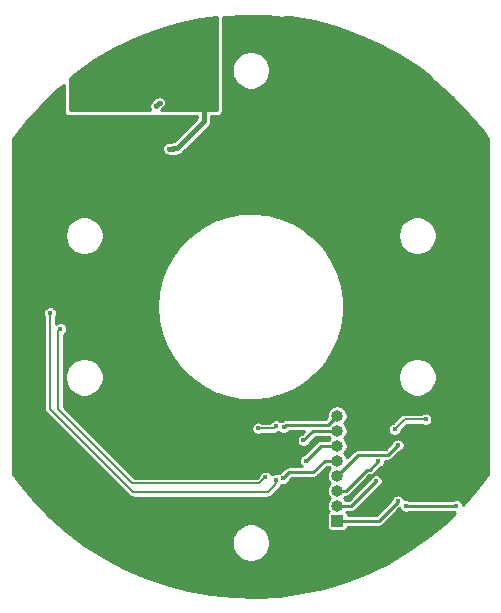
<source format=gbr>
G04 #@! TF.GenerationSoftware,KiCad,Pcbnew,5.1.5-52549c5~84~ubuntu18.04.1*
G04 #@! TF.CreationDate,2019-12-03T21:09:54-05:00*
G04 #@! TF.ProjectId,SwarmBot,53776172-6d42-46f7-942e-6b696361645f,rev?*
G04 #@! TF.SameCoordinates,Original*
G04 #@! TF.FileFunction,Copper,L2,Bot*
G04 #@! TF.FilePolarity,Positive*
%FSLAX46Y46*%
G04 Gerber Fmt 4.6, Leading zero omitted, Abs format (unit mm)*
G04 Created by KiCad (PCBNEW 5.1.5-52549c5~84~ubuntu18.04.1) date 2019-12-03 21:09:54*
%MOMM*%
%LPD*%
G04 APERTURE LIST*
%ADD10O,1.000000X1.000000*%
%ADD11R,1.000000X1.000000*%
%ADD12C,0.400000*%
%ADD13C,0.450000*%
%ADD14C,0.250000*%
%ADD15C,0.200000*%
%ADD16C,0.254000*%
G04 APERTURE END LIST*
D10*
X7322200Y-9245600D03*
X7322200Y-10515600D03*
X7322200Y-11785600D03*
X7322200Y-13055600D03*
X7322200Y-14325600D03*
X7322200Y-15595600D03*
X7322200Y-16865600D03*
D11*
X7322200Y-18135600D03*
D12*
X1820000Y-11800000D03*
X13375640Y-13340080D03*
X12085320Y-13289280D03*
X16195040Y-15966440D03*
X13817600Y-18155920D03*
X11028680Y-15758160D03*
X11138738Y-12032750D03*
X13355320Y-14594840D03*
X12120880Y-14584680D03*
X18740120Y-2814320D03*
X18750000Y-2408200D03*
X18750000Y-2001800D03*
X18750000Y-1595400D03*
X18750000Y-1189000D03*
X18750000Y-777520D03*
X18750000Y-371120D03*
X18750000Y40360D03*
X-12969520Y-2001800D03*
X-12979400Y-2814320D03*
X-12969520Y-1189000D03*
X-12969520Y40360D03*
X-12969520Y-1595400D03*
X-12969520Y-777520D03*
X-12969520Y-2408200D03*
X-12969520Y-371120D03*
X4610000Y-8900000D03*
X5100000Y-14890000D03*
X-1110000Y-12110000D03*
X-1140000Y-9530000D03*
X1720000Y-8480000D03*
X1900000Y-13070000D03*
X3090000Y-13100000D03*
X3040000Y-11800000D03*
X-3300000Y14510000D03*
X-7720000Y17240000D03*
X-8050000Y16960000D03*
X-7800000Y14250000D03*
X-8222300Y14297700D03*
X-8672300Y14297700D03*
X-9112300Y14297700D03*
X-9572300Y14297700D03*
X-9170000Y12660000D03*
X12437821Y-11741408D03*
X12451080Y-16499840D03*
X10607040Y-14782798D03*
X10784840Y-13111480D03*
X2750000Y-14530000D03*
X2776433Y-10236551D03*
X4460000Y-11340000D03*
X4650000Y-13060000D03*
X-9360000Y19730000D03*
X-9730000Y19360000D03*
X-10075000Y19015000D03*
X-10420000Y18670000D03*
X-10745000Y18345000D03*
X-11266200Y18173800D03*
X-11816200Y18173800D03*
X-12256200Y18173800D03*
X-12696200Y18173800D03*
X-6270000Y13380000D03*
X-6902300Y13347700D03*
X13121640Y-16896080D03*
X17403920Y-16885760D03*
X620000Y-10320000D03*
X2140000Y-10110000D03*
X12169140Y-10398760D03*
X14795500Y-9547860D03*
X1230000Y-14470000D03*
X-16130000Y-1880000D03*
X2140000Y-14660000D03*
X-17000000Y-540000D03*
D13*
X-7770000Y17240000D02*
X-8050000Y16960000D01*
X-7720000Y17240000D02*
X-7770000Y17240000D01*
D14*
X7322200Y-14325600D02*
X9090040Y-12557760D01*
X12237822Y-11941407D02*
X12437821Y-11741408D01*
X11621469Y-12557760D02*
X12237822Y-11941407D01*
X9090040Y-12557760D02*
X11621469Y-12557760D01*
X7322200Y-18135600D02*
X10830560Y-18135600D01*
X10830560Y-18135600D02*
X12451080Y-16515080D01*
X12451080Y-16515080D02*
X12451080Y-16499840D01*
X8524238Y-16865600D02*
X10607040Y-14782798D01*
X7322200Y-16865600D02*
X8524238Y-16865600D01*
X8029306Y-15595600D02*
X9819640Y-13805266D01*
X7322200Y-15595600D02*
X8029306Y-15595600D01*
X9819640Y-13805266D02*
X10091054Y-13805266D01*
X10091054Y-13805266D02*
X10784840Y-13111480D01*
X2750000Y-14530000D02*
X3240000Y-14040000D01*
X3240000Y-14040000D02*
X5270000Y-14040000D01*
X6254400Y-13055600D02*
X7322200Y-13055600D01*
X5270000Y-14040000D02*
X6254400Y-13055600D01*
X6531248Y-10036552D02*
X2976432Y-10036552D01*
X7322200Y-9245600D02*
X6531248Y-10036552D01*
X2976432Y-10036552D02*
X2776433Y-10236551D01*
X5284400Y-10515600D02*
X7322200Y-10515600D01*
X4460000Y-11340000D02*
X5284400Y-10515600D01*
X5924400Y-11785600D02*
X7322200Y-11785600D01*
X4650000Y-13060000D02*
X5924400Y-11785600D01*
D13*
X-6587158Y13380000D02*
X-6480000Y13380000D01*
X-6619458Y13347700D02*
X-6587158Y13380000D01*
X-6902300Y13347700D02*
X-6619458Y13347700D01*
X-6270000Y13380000D02*
X-6480000Y13380000D01*
X-6270000Y13380000D02*
X-3970000Y15680000D01*
X-3970000Y16950000D02*
X-3960000Y16960000D01*
X-3970000Y15680000D02*
X-3970000Y16950000D01*
D14*
X13121640Y-16896080D02*
X17393600Y-16896080D01*
X17393600Y-16896080D02*
X17403920Y-16885760D01*
D15*
X1930000Y-10320000D02*
X2140000Y-10110000D01*
X620000Y-10320000D02*
X1930000Y-10320000D01*
X12169140Y-10398760D02*
X13020040Y-9547860D01*
X13020040Y-9547860D02*
X14795500Y-9547860D01*
X-16329999Y-2079999D02*
X-16329999Y-8670001D01*
X-16130000Y-1880000D02*
X-16329999Y-2079999D01*
X-16329999Y-8670001D02*
X-10020000Y-14980000D01*
X720000Y-14980000D02*
X1230000Y-14470000D01*
X-10020000Y-14980000D02*
X720000Y-14980000D01*
X2140000Y-14942842D02*
X2050000Y-15032842D01*
X2140000Y-14660000D02*
X2140000Y-14942842D01*
X2050000Y-15032842D02*
X2050000Y-15090000D01*
X2050000Y-15090000D02*
X1440000Y-15700000D01*
X1440000Y-15700000D02*
X-9980000Y-15700000D01*
X-9980000Y-15700000D02*
X-17000000Y-8680000D01*
X-17000000Y-8680000D02*
X-17000000Y-540000D01*
D16*
G36*
X1466155Y24550674D02*
G01*
X3387850Y24359960D01*
X5288667Y24019059D01*
X7156884Y23530070D01*
X8980962Y22896015D01*
X10749677Y22120797D01*
X12452128Y21209189D01*
X14077790Y20166830D01*
X15616660Y19000134D01*
X17059252Y17716294D01*
X18396667Y16323230D01*
X19623290Y14826318D01*
X20093997Y14178444D01*
X20093282Y-14174868D01*
X18999340Y-15617628D01*
X17973349Y-16770369D01*
X17962592Y-16716289D01*
X17918795Y-16610553D01*
X17855212Y-16515394D01*
X17774286Y-16434468D01*
X17679127Y-16370885D01*
X17573391Y-16327088D01*
X17461143Y-16304760D01*
X17346697Y-16304760D01*
X17234449Y-16327088D01*
X17128713Y-16370885D01*
X17099986Y-16390080D01*
X13410129Y-16390080D01*
X13396847Y-16381205D01*
X13291111Y-16337408D01*
X13178863Y-16315080D01*
X13064417Y-16315080D01*
X13008062Y-16326290D01*
X12965955Y-16224633D01*
X12902372Y-16129474D01*
X12821446Y-16048548D01*
X12726287Y-15984965D01*
X12620551Y-15941168D01*
X12508303Y-15918840D01*
X12393857Y-15918840D01*
X12281609Y-15941168D01*
X12175873Y-15984965D01*
X12080714Y-16048548D01*
X11999788Y-16129474D01*
X11936205Y-16224633D01*
X11892408Y-16330369D01*
X11885507Y-16365061D01*
X10620969Y-17629600D01*
X8204452Y-17629600D01*
X8197687Y-17560911D01*
X8175901Y-17489092D01*
X8140522Y-17422904D01*
X8098418Y-17371600D01*
X8499392Y-17371600D01*
X8524238Y-17374047D01*
X8549084Y-17371600D01*
X8549092Y-17371600D01*
X8623431Y-17364278D01*
X8718813Y-17335345D01*
X8806717Y-17288359D01*
X8883765Y-17225127D01*
X8899614Y-17205815D01*
X10760843Y-15344587D01*
X10776511Y-15341470D01*
X10882247Y-15297673D01*
X10977406Y-15234090D01*
X11058332Y-15153164D01*
X11121915Y-15058005D01*
X11165712Y-14952269D01*
X11188040Y-14840021D01*
X11188040Y-14725575D01*
X11165712Y-14613327D01*
X11121915Y-14507591D01*
X11058332Y-14412432D01*
X10977406Y-14331506D01*
X10882247Y-14267923D01*
X10776511Y-14224126D01*
X10664263Y-14201798D01*
X10549817Y-14201798D01*
X10437569Y-14224126D01*
X10331833Y-14267923D01*
X10236674Y-14331506D01*
X10155748Y-14412432D01*
X10092165Y-14507591D01*
X10048368Y-14613327D01*
X10045251Y-14628995D01*
X8314647Y-16359600D01*
X8043672Y-16359600D01*
X8006518Y-16303995D01*
X7933123Y-16230600D01*
X8006518Y-16157205D01*
X8042933Y-16102705D01*
X8054152Y-16101600D01*
X8054160Y-16101600D01*
X8128499Y-16094278D01*
X8223881Y-16065345D01*
X8311785Y-16018359D01*
X8388833Y-15955127D01*
X8404682Y-15935815D01*
X10029232Y-14311266D01*
X10066208Y-14311266D01*
X10091054Y-14313713D01*
X10115900Y-14311266D01*
X10115908Y-14311266D01*
X10190247Y-14303944D01*
X10285629Y-14275011D01*
X10373533Y-14228025D01*
X10450581Y-14164793D01*
X10466430Y-14145481D01*
X10938643Y-13673269D01*
X10954311Y-13670152D01*
X11060047Y-13626355D01*
X11155206Y-13562772D01*
X11236132Y-13481846D01*
X11299715Y-13386687D01*
X11343512Y-13280951D01*
X11365840Y-13168703D01*
X11365840Y-13063760D01*
X11596623Y-13063760D01*
X11621469Y-13066207D01*
X11646315Y-13063760D01*
X11646323Y-13063760D01*
X11720662Y-13056438D01*
X11816044Y-13027505D01*
X11903948Y-12980519D01*
X11980996Y-12917287D01*
X11996845Y-12897975D01*
X12591624Y-12303197D01*
X12607292Y-12300080D01*
X12713028Y-12256283D01*
X12808187Y-12192700D01*
X12889113Y-12111774D01*
X12952696Y-12016615D01*
X12996493Y-11910879D01*
X13018821Y-11798631D01*
X13018821Y-11684185D01*
X12996493Y-11571937D01*
X12952696Y-11466201D01*
X12889113Y-11371042D01*
X12808187Y-11290116D01*
X12713028Y-11226533D01*
X12607292Y-11182736D01*
X12495044Y-11160408D01*
X12380598Y-11160408D01*
X12268350Y-11182736D01*
X12162614Y-11226533D01*
X12067455Y-11290116D01*
X11986529Y-11371042D01*
X11922946Y-11466201D01*
X11879149Y-11571937D01*
X11876032Y-11587605D01*
X11411878Y-12051760D01*
X9114885Y-12051760D01*
X9090039Y-12049313D01*
X9065193Y-12051760D01*
X9065186Y-12051760D01*
X9000734Y-12058108D01*
X8990846Y-12059082D01*
X8968647Y-12065816D01*
X8895465Y-12088015D01*
X8807561Y-12135001D01*
X8730513Y-12198233D01*
X8714669Y-12217539D01*
X8158871Y-12773338D01*
X8102932Y-12638290D01*
X8006518Y-12493995D01*
X7933123Y-12420600D01*
X8006518Y-12347205D01*
X8102932Y-12202910D01*
X8169344Y-12042578D01*
X8203200Y-11872371D01*
X8203200Y-11698829D01*
X8169344Y-11528622D01*
X8102932Y-11368290D01*
X8006518Y-11223995D01*
X7933123Y-11150600D01*
X8006518Y-11077205D01*
X8102932Y-10932910D01*
X8169344Y-10772578D01*
X8203200Y-10602371D01*
X8203200Y-10428829D01*
X8185837Y-10341537D01*
X11588140Y-10341537D01*
X11588140Y-10455983D01*
X11610468Y-10568231D01*
X11654265Y-10673967D01*
X11717848Y-10769126D01*
X11798774Y-10850052D01*
X11893933Y-10913635D01*
X11999669Y-10957432D01*
X12111917Y-10979760D01*
X12226363Y-10979760D01*
X12338611Y-10957432D01*
X12444347Y-10913635D01*
X12539506Y-10850052D01*
X12620432Y-10769126D01*
X12684015Y-10673967D01*
X12727812Y-10568231D01*
X12739708Y-10508429D01*
X13219277Y-10028860D01*
X14469595Y-10028860D01*
X14520293Y-10062735D01*
X14626029Y-10106532D01*
X14738277Y-10128860D01*
X14852723Y-10128860D01*
X14964971Y-10106532D01*
X15070707Y-10062735D01*
X15165866Y-9999152D01*
X15246792Y-9918226D01*
X15310375Y-9823067D01*
X15354172Y-9717331D01*
X15376500Y-9605083D01*
X15376500Y-9490637D01*
X15354172Y-9378389D01*
X15310375Y-9272653D01*
X15246792Y-9177494D01*
X15165866Y-9096568D01*
X15070707Y-9032985D01*
X14964971Y-8989188D01*
X14852723Y-8966860D01*
X14738277Y-8966860D01*
X14626029Y-8989188D01*
X14520293Y-9032985D01*
X14469595Y-9066860D01*
X13043663Y-9066860D01*
X13020039Y-9064533D01*
X12996415Y-9066860D01*
X12996414Y-9066860D01*
X12925748Y-9073820D01*
X12835079Y-9101324D01*
X12751518Y-9145988D01*
X12678276Y-9206096D01*
X12663215Y-9224449D01*
X12059471Y-9828192D01*
X11999669Y-9840088D01*
X11893933Y-9883885D01*
X11798774Y-9947468D01*
X11717848Y-10028394D01*
X11654265Y-10123553D01*
X11610468Y-10229289D01*
X11588140Y-10341537D01*
X8185837Y-10341537D01*
X8169344Y-10258622D01*
X8102932Y-10098290D01*
X8006518Y-9953995D01*
X7933123Y-9880600D01*
X8006518Y-9807205D01*
X8102932Y-9662910D01*
X8169344Y-9502578D01*
X8203200Y-9332371D01*
X8203200Y-9158829D01*
X8169344Y-8988622D01*
X8102932Y-8828290D01*
X8006518Y-8683995D01*
X7883805Y-8561282D01*
X7739510Y-8464868D01*
X7579178Y-8398456D01*
X7408971Y-8364600D01*
X7235429Y-8364600D01*
X7065222Y-8398456D01*
X6904890Y-8464868D01*
X6760595Y-8561282D01*
X6637882Y-8683995D01*
X6541468Y-8828290D01*
X6475056Y-8988622D01*
X6441200Y-9158829D01*
X6441200Y-9332371D01*
X6454247Y-9397962D01*
X6321657Y-9530552D01*
X3001277Y-9530552D01*
X2976431Y-9528105D01*
X2951585Y-9530552D01*
X2951578Y-9530552D01*
X2887126Y-9536900D01*
X2877238Y-9537874D01*
X2855039Y-9544608D01*
X2781857Y-9566807D01*
X2693953Y-9613793D01*
X2618712Y-9675542D01*
X2606962Y-9677879D01*
X2552214Y-9700556D01*
X2510366Y-9658708D01*
X2415207Y-9595125D01*
X2309471Y-9551328D01*
X2197223Y-9529000D01*
X2082777Y-9529000D01*
X1970529Y-9551328D01*
X1864793Y-9595125D01*
X1769634Y-9658708D01*
X1688708Y-9739634D01*
X1625125Y-9834793D01*
X1623382Y-9839000D01*
X945905Y-9839000D01*
X895207Y-9805125D01*
X789471Y-9761328D01*
X677223Y-9739000D01*
X562777Y-9739000D01*
X450529Y-9761328D01*
X344793Y-9805125D01*
X249634Y-9868708D01*
X168708Y-9949634D01*
X105125Y-10044793D01*
X61328Y-10150529D01*
X39000Y-10262777D01*
X39000Y-10377223D01*
X61328Y-10489471D01*
X105125Y-10595207D01*
X168708Y-10690366D01*
X249634Y-10771292D01*
X344793Y-10834875D01*
X450529Y-10878672D01*
X562777Y-10901000D01*
X677223Y-10901000D01*
X789471Y-10878672D01*
X895207Y-10834875D01*
X945905Y-10801000D01*
X1906374Y-10801000D01*
X1930000Y-10803327D01*
X1953626Y-10801000D01*
X1983284Y-10798079D01*
X2024292Y-10794040D01*
X2114961Y-10766536D01*
X2198522Y-10721872D01*
X2248590Y-10680782D01*
X2309471Y-10668672D01*
X2364219Y-10645995D01*
X2406067Y-10687843D01*
X2501226Y-10751426D01*
X2606962Y-10795223D01*
X2719210Y-10817551D01*
X2833656Y-10817551D01*
X2945904Y-10795223D01*
X3051640Y-10751426D01*
X3146799Y-10687843D01*
X3227725Y-10606917D01*
X3270732Y-10542552D01*
X4541856Y-10542552D01*
X4306197Y-10778211D01*
X4290529Y-10781328D01*
X4184793Y-10825125D01*
X4089634Y-10888708D01*
X4008708Y-10969634D01*
X3945125Y-11064793D01*
X3901328Y-11170529D01*
X3879000Y-11282777D01*
X3879000Y-11397223D01*
X3901328Y-11509471D01*
X3945125Y-11615207D01*
X4008708Y-11710366D01*
X4089634Y-11791292D01*
X4184793Y-11854875D01*
X4290529Y-11898672D01*
X4402777Y-11921000D01*
X4517223Y-11921000D01*
X4629471Y-11898672D01*
X4735207Y-11854875D01*
X4830366Y-11791292D01*
X4911292Y-11710366D01*
X4974875Y-11615207D01*
X5018672Y-11509471D01*
X5021789Y-11493803D01*
X5493992Y-11021600D01*
X6600728Y-11021600D01*
X6637882Y-11077205D01*
X6711277Y-11150600D01*
X6637882Y-11223995D01*
X6600728Y-11279600D01*
X5949254Y-11279600D01*
X5924400Y-11277152D01*
X5899546Y-11279600D01*
X5825207Y-11286922D01*
X5729825Y-11315855D01*
X5641921Y-11362841D01*
X5564873Y-11426073D01*
X5549028Y-11445380D01*
X4496198Y-12498211D01*
X4480529Y-12501328D01*
X4374793Y-12545125D01*
X4279634Y-12608708D01*
X4198708Y-12689634D01*
X4135125Y-12784793D01*
X4091328Y-12890529D01*
X4069000Y-13002777D01*
X4069000Y-13117223D01*
X4091328Y-13229471D01*
X4135125Y-13335207D01*
X4198708Y-13430366D01*
X4279634Y-13511292D01*
X4313619Y-13534000D01*
X3264854Y-13534000D01*
X3240000Y-13531552D01*
X3215146Y-13534000D01*
X3140807Y-13541322D01*
X3045425Y-13570255D01*
X2957521Y-13617241D01*
X2880473Y-13680473D01*
X2864629Y-13699779D01*
X2596197Y-13968211D01*
X2580529Y-13971328D01*
X2474793Y-14015125D01*
X2379634Y-14078708D01*
X2343089Y-14115253D01*
X2309471Y-14101328D01*
X2197223Y-14079000D01*
X2082777Y-14079000D01*
X1970529Y-14101328D01*
X1864793Y-14145125D01*
X1769634Y-14208708D01*
X1756202Y-14222140D01*
X1744875Y-14194793D01*
X1681292Y-14099634D01*
X1600366Y-14018708D01*
X1505207Y-13955125D01*
X1399471Y-13911328D01*
X1287223Y-13889000D01*
X1172777Y-13889000D01*
X1060529Y-13911328D01*
X954793Y-13955125D01*
X859634Y-14018708D01*
X778708Y-14099634D01*
X715125Y-14194793D01*
X671328Y-14300529D01*
X659432Y-14360331D01*
X520764Y-14499000D01*
X-9820763Y-14499000D01*
X-15848999Y-8470765D01*
X-15848999Y-5839360D01*
X-15730300Y-5839360D01*
X-15730300Y-6160640D01*
X-15667622Y-6475745D01*
X-15544674Y-6772568D01*
X-15366181Y-7039702D01*
X-15139002Y-7266881D01*
X-14871868Y-7445374D01*
X-14575045Y-7568322D01*
X-14259940Y-7631000D01*
X-13938660Y-7631000D01*
X-13623555Y-7568322D01*
X-13326732Y-7445374D01*
X-13059598Y-7266881D01*
X-12832419Y-7039702D01*
X-12653926Y-6772568D01*
X-12530978Y-6475745D01*
X-12468300Y-6160640D01*
X-12468300Y-5839360D01*
X-12530978Y-5524255D01*
X-12653926Y-5227432D01*
X-12832419Y-4960298D01*
X-13059598Y-4733119D01*
X-13326732Y-4554626D01*
X-13623555Y-4431678D01*
X-13938660Y-4369000D01*
X-14259940Y-4369000D01*
X-14575045Y-4431678D01*
X-14871868Y-4554626D01*
X-15139002Y-4733119D01*
X-15366181Y-4960298D01*
X-15544674Y-5227432D01*
X-15667622Y-5524255D01*
X-15730300Y-5839360D01*
X-15848999Y-5839360D01*
X-15848999Y-2391004D01*
X-15759634Y-2331292D01*
X-15678708Y-2250366D01*
X-15615125Y-2155207D01*
X-15571328Y-2049471D01*
X-15549000Y-1937223D01*
X-15549000Y-1822777D01*
X-15571328Y-1710529D01*
X-15615125Y-1604793D01*
X-15678708Y-1509634D01*
X-15759634Y-1428708D01*
X-15854793Y-1365125D01*
X-15960529Y-1321328D01*
X-16072777Y-1299000D01*
X-16187223Y-1299000D01*
X-16299471Y-1321328D01*
X-16405207Y-1365125D01*
X-16500366Y-1428708D01*
X-16519000Y-1447342D01*
X-16519000Y-865905D01*
X-16485125Y-815207D01*
X-16441328Y-709471D01*
X-16419000Y-597223D01*
X-16419000Y-482777D01*
X-16441328Y-370529D01*
X-16485125Y-264793D01*
X-16548708Y-169634D01*
X-16629634Y-88708D01*
X-16724793Y-25125D01*
X-16785450Y0D01*
X-7926000Y0D01*
X-7841536Y-1154035D01*
X-7589942Y-2283473D01*
X-7176583Y-3364244D01*
X-6610267Y-4373311D01*
X-5903064Y-5289169D01*
X-5070048Y-6092297D01*
X-4128973Y-6765579D01*
X-3099896Y-7294664D01*
X-2004750Y-7668276D01*
X-866876Y-7878452D01*
X289474Y-7920712D01*
X1439654Y-7794156D01*
X2559150Y-7501482D01*
X3624103Y-7048926D01*
X4611814Y-6446134D01*
X5340929Y-5839360D01*
X12469700Y-5839360D01*
X12469700Y-6160640D01*
X12532378Y-6475745D01*
X12655326Y-6772568D01*
X12833819Y-7039702D01*
X13060998Y-7266881D01*
X13328132Y-7445374D01*
X13624955Y-7568322D01*
X13940060Y-7631000D01*
X14261340Y-7631000D01*
X14576445Y-7568322D01*
X14873268Y-7445374D01*
X15140402Y-7266881D01*
X15367581Y-7039702D01*
X15546074Y-6772568D01*
X15669022Y-6475745D01*
X15731700Y-6160640D01*
X15731700Y-5839360D01*
X15669022Y-5524255D01*
X15546074Y-5227432D01*
X15367581Y-4960298D01*
X15140402Y-4733119D01*
X14873268Y-4554626D01*
X14576445Y-4431678D01*
X14261340Y-4369000D01*
X13940060Y-4369000D01*
X13624955Y-4431678D01*
X13328132Y-4554626D01*
X13060998Y-4733119D01*
X12833819Y-4960298D01*
X12655326Y-5227432D01*
X12532378Y-5524255D01*
X12469700Y-5839360D01*
X5340929Y-5839360D01*
X5501232Y-5705955D01*
X6273401Y-4844163D01*
X6911864Y-3879126D01*
X7403012Y-2831412D01*
X7736377Y-1723352D01*
X7904856Y-578561D01*
X7904856Y578561D01*
X7736377Y1723352D01*
X7403012Y2831412D01*
X6911864Y3879126D01*
X6273401Y4844163D01*
X5501232Y5705955D01*
X4954871Y6160640D01*
X12469700Y6160640D01*
X12469700Y5839360D01*
X12532378Y5524255D01*
X12655326Y5227432D01*
X12833819Y4960298D01*
X13060998Y4733119D01*
X13328132Y4554626D01*
X13624955Y4431678D01*
X13940060Y4369000D01*
X14261340Y4369000D01*
X14576445Y4431678D01*
X14873268Y4554626D01*
X15140402Y4733119D01*
X15367581Y4960298D01*
X15546074Y5227432D01*
X15669022Y5524255D01*
X15731700Y5839360D01*
X15731700Y6160640D01*
X15669022Y6475745D01*
X15546074Y6772568D01*
X15367581Y7039702D01*
X15140402Y7266881D01*
X14873268Y7445374D01*
X14576445Y7568322D01*
X14261340Y7631000D01*
X13940060Y7631000D01*
X13624955Y7568322D01*
X13328132Y7445374D01*
X13060998Y7266881D01*
X12833819Y7039702D01*
X12655326Y6772568D01*
X12532378Y6475745D01*
X12469700Y6160640D01*
X4954871Y6160640D01*
X4611814Y6446134D01*
X3624103Y7048926D01*
X2559150Y7501482D01*
X1439654Y7794156D01*
X289474Y7920712D01*
X-866876Y7878452D01*
X-2004750Y7668276D01*
X-3099896Y7294664D01*
X-4128973Y6765579D01*
X-5070048Y6092297D01*
X-5903064Y5289169D01*
X-6610267Y4373311D01*
X-7176583Y3364244D01*
X-7589942Y2283473D01*
X-7841536Y1154035D01*
X-7926000Y0D01*
X-16785450Y0D01*
X-16830529Y18672D01*
X-16942777Y41000D01*
X-17057223Y41000D01*
X-17169471Y18672D01*
X-17275207Y-25125D01*
X-17370366Y-88708D01*
X-17451292Y-169634D01*
X-17514875Y-264793D01*
X-17558672Y-370529D01*
X-17581000Y-482777D01*
X-17581000Y-597223D01*
X-17558672Y-709471D01*
X-17514875Y-815207D01*
X-17480999Y-865906D01*
X-17481000Y-8656374D01*
X-17483327Y-8680000D01*
X-17481000Y-8703625D01*
X-17474040Y-8774291D01*
X-17446536Y-8864960D01*
X-17401872Y-8948522D01*
X-17341764Y-9021764D01*
X-17323406Y-9036830D01*
X-10336825Y-16023412D01*
X-10321764Y-16041764D01*
X-10248522Y-16101872D01*
X-10164961Y-16146536D01*
X-10074292Y-16174040D01*
X-10003626Y-16181000D01*
X-10003625Y-16181000D01*
X-9980001Y-16183327D01*
X-9956377Y-16181000D01*
X1416374Y-16181000D01*
X1440000Y-16183327D01*
X1463626Y-16181000D01*
X1534292Y-16174040D01*
X1624961Y-16146536D01*
X1708522Y-16101872D01*
X1781764Y-16041764D01*
X1796830Y-16023406D01*
X2373411Y-15446826D01*
X2391764Y-15431764D01*
X2451872Y-15358522D01*
X2496536Y-15274960D01*
X2500556Y-15261708D01*
X2541872Y-15211364D01*
X2586536Y-15127803D01*
X2597389Y-15092026D01*
X2692777Y-15111000D01*
X2807223Y-15111000D01*
X2919471Y-15088672D01*
X3025207Y-15044875D01*
X3120366Y-14981292D01*
X3201292Y-14900366D01*
X3264875Y-14805207D01*
X3308672Y-14699471D01*
X3311789Y-14683803D01*
X3449592Y-14546000D01*
X5245154Y-14546000D01*
X5270000Y-14548447D01*
X5294846Y-14546000D01*
X5294854Y-14546000D01*
X5369193Y-14538678D01*
X5464575Y-14509745D01*
X5552479Y-14462759D01*
X5629527Y-14399527D01*
X5645376Y-14380215D01*
X6463992Y-13561600D01*
X6600728Y-13561600D01*
X6637882Y-13617205D01*
X6711277Y-13690600D01*
X6637882Y-13763995D01*
X6541468Y-13908290D01*
X6475056Y-14068622D01*
X6441200Y-14238829D01*
X6441200Y-14412371D01*
X6475056Y-14582578D01*
X6541468Y-14742910D01*
X6637882Y-14887205D01*
X6711277Y-14960600D01*
X6637882Y-15033995D01*
X6541468Y-15178290D01*
X6475056Y-15338622D01*
X6441200Y-15508829D01*
X6441200Y-15682371D01*
X6475056Y-15852578D01*
X6541468Y-16012910D01*
X6637882Y-16157205D01*
X6711277Y-16230600D01*
X6637882Y-16303995D01*
X6541468Y-16448290D01*
X6475056Y-16608622D01*
X6441200Y-16778829D01*
X6441200Y-16952371D01*
X6475056Y-17122578D01*
X6541468Y-17282910D01*
X6580394Y-17341168D01*
X6551489Y-17364889D01*
X6503878Y-17422904D01*
X6468499Y-17489092D01*
X6446713Y-17560911D01*
X6439357Y-17635600D01*
X6439357Y-18635600D01*
X6446713Y-18710289D01*
X6468499Y-18782108D01*
X6503878Y-18848296D01*
X6551489Y-18906311D01*
X6609504Y-18953922D01*
X6675692Y-18989301D01*
X6747511Y-19011087D01*
X6822200Y-19018443D01*
X7822200Y-19018443D01*
X7896889Y-19011087D01*
X7968708Y-18989301D01*
X8034896Y-18953922D01*
X8092911Y-18906311D01*
X8140522Y-18848296D01*
X8175901Y-18782108D01*
X8197687Y-18710289D01*
X8204452Y-18641600D01*
X10805714Y-18641600D01*
X10830560Y-18644047D01*
X10855406Y-18641600D01*
X10855414Y-18641600D01*
X10929753Y-18634278D01*
X11025135Y-18605345D01*
X11113039Y-18558359D01*
X11190087Y-18495127D01*
X11205936Y-18475815D01*
X12578559Y-17103192D01*
X12606765Y-17171287D01*
X12670348Y-17266446D01*
X12751274Y-17347372D01*
X12846433Y-17410955D01*
X12952169Y-17454752D01*
X13064417Y-17477080D01*
X13178863Y-17477080D01*
X13291111Y-17454752D01*
X13396847Y-17410955D01*
X13410129Y-17402080D01*
X17132202Y-17402080D01*
X17234449Y-17444432D01*
X17301271Y-17457724D01*
X16322305Y-18397487D01*
X14828530Y-19621415D01*
X13243349Y-20724355D01*
X11576509Y-21699530D01*
X9838301Y-22540919D01*
X8039415Y-23243343D01*
X6190995Y-23802453D01*
X4304381Y-24214820D01*
X2391249Y-24477890D01*
X463351Y-24590048D01*
X-1467381Y-24550601D01*
X-3389077Y-24359789D01*
X-5289865Y-24018795D01*
X-7158067Y-23529710D01*
X-8982122Y-22895559D01*
X-10750786Y-22120257D01*
X-12453186Y-21208567D01*
X-14078791Y-20166131D01*
X-14509757Y-19839360D01*
X-1630300Y-19839360D01*
X-1630300Y-20160640D01*
X-1567622Y-20475745D01*
X-1444674Y-20772568D01*
X-1266181Y-21039702D01*
X-1039002Y-21266881D01*
X-771868Y-21445374D01*
X-475045Y-21568322D01*
X-159940Y-21631000D01*
X161340Y-21631000D01*
X476445Y-21568322D01*
X773268Y-21445374D01*
X1040402Y-21266881D01*
X1267581Y-21039702D01*
X1446074Y-20772568D01*
X1569022Y-20475745D01*
X1631700Y-20160640D01*
X1631700Y-19839360D01*
X1569022Y-19524255D01*
X1446074Y-19227432D01*
X1267581Y-18960298D01*
X1040402Y-18733119D01*
X773268Y-18554626D01*
X476445Y-18431678D01*
X161340Y-18369000D01*
X-159940Y-18369000D01*
X-475045Y-18431678D01*
X-771868Y-18554626D01*
X-1039002Y-18733119D01*
X-1266181Y-18960298D01*
X-1444674Y-19227432D01*
X-1567622Y-19524255D01*
X-1630300Y-19839360D01*
X-14509757Y-19839360D01*
X-15617628Y-18999340D01*
X-17060142Y-17715438D01*
X-18397487Y-16322305D01*
X-19624042Y-14825322D01*
X-20094001Y-14178445D01*
X-20093999Y6160640D01*
X-15730300Y6160640D01*
X-15730300Y5839360D01*
X-15667622Y5524255D01*
X-15544674Y5227432D01*
X-15366181Y4960298D01*
X-15139002Y4733119D01*
X-14871868Y4554626D01*
X-14575045Y4431678D01*
X-14259940Y4369000D01*
X-13938660Y4369000D01*
X-13623555Y4431678D01*
X-13326732Y4554626D01*
X-13059598Y4733119D01*
X-12832419Y4960298D01*
X-12653926Y5227432D01*
X-12530978Y5524255D01*
X-12468300Y5839360D01*
X-12468300Y6160640D01*
X-12530978Y6475745D01*
X-12653926Y6772568D01*
X-12832419Y7039702D01*
X-13059598Y7266881D01*
X-13326732Y7445374D01*
X-13623555Y7568322D01*
X-13938660Y7631000D01*
X-14259940Y7631000D01*
X-14575045Y7568322D01*
X-14871868Y7445374D01*
X-15139002Y7266881D01*
X-15366181Y7039702D01*
X-15544674Y6772568D01*
X-15667622Y6475745D01*
X-15730300Y6160640D01*
X-20093999Y6160640D01*
X-20093998Y14173855D01*
X-19000134Y15616660D01*
X-17716294Y17059252D01*
X-16323230Y18396667D01*
X-15855300Y18780105D01*
X-15855300Y16510000D01*
X-15847979Y16435671D01*
X-15826298Y16364198D01*
X-15791090Y16298328D01*
X-15743708Y16240592D01*
X-15685972Y16193210D01*
X-15620102Y16158002D01*
X-15548629Y16136321D01*
X-15474300Y16129000D01*
X-4576000Y16129000D01*
X-4576000Y15931014D01*
X-6521013Y13986000D01*
X-6557394Y13986000D01*
X-6587159Y13988932D01*
X-6616924Y13986000D01*
X-6616928Y13986000D01*
X-6705955Y13977232D01*
X-6783529Y13953700D01*
X-6932070Y13953700D01*
X-7021097Y13944932D01*
X-7135328Y13910280D01*
X-7240604Y13854008D01*
X-7332880Y13778280D01*
X-7408608Y13686004D01*
X-7464880Y13580728D01*
X-7499532Y13466497D01*
X-7511232Y13347700D01*
X-7499532Y13228903D01*
X-7464880Y13114672D01*
X-7408608Y13009396D01*
X-7332880Y12917120D01*
X-7240604Y12841392D01*
X-7135328Y12785120D01*
X-7021097Y12750468D01*
X-6932070Y12741700D01*
X-6649223Y12741700D01*
X-6619458Y12738768D01*
X-6589693Y12741700D01*
X-6589688Y12741700D01*
X-6500661Y12750468D01*
X-6423087Y12774000D01*
X-6299765Y12774000D01*
X-6270000Y12771068D01*
X-6240235Y12774000D01*
X-6240230Y12774000D01*
X-6151203Y12782768D01*
X-6036972Y12817420D01*
X-5931696Y12873692D01*
X-5839420Y12949420D01*
X-5820442Y12972545D01*
X-3562538Y15230448D01*
X-3539420Y15249420D01*
X-3520447Y15272539D01*
X-3520443Y15272543D01*
X-3463692Y15341695D01*
X-3413146Y15436260D01*
X-3407420Y15446972D01*
X-3372768Y15561203D01*
X-3364000Y15650230D01*
X-3364000Y15650242D01*
X-3361069Y15679999D01*
X-3364000Y15709757D01*
X-3364000Y16129000D01*
X-2774300Y16129000D01*
X-2699971Y16136321D01*
X-2628498Y16158002D01*
X-2562628Y16193210D01*
X-2504892Y16240592D01*
X-2457510Y16298328D01*
X-2422302Y16364198D01*
X-2400621Y16435671D01*
X-2393300Y16510000D01*
X-2393300Y20160640D01*
X-1630300Y20160640D01*
X-1630300Y19839360D01*
X-1567622Y19524255D01*
X-1444674Y19227432D01*
X-1266181Y18960298D01*
X-1039002Y18733119D01*
X-771868Y18554626D01*
X-475045Y18431678D01*
X-159940Y18369000D01*
X161340Y18369000D01*
X476445Y18431678D01*
X773268Y18554626D01*
X1040402Y18733119D01*
X1267581Y18960298D01*
X1446074Y19227432D01*
X1569022Y19524255D01*
X1631700Y19839360D01*
X1631700Y20160640D01*
X1569022Y20475745D01*
X1446074Y20772568D01*
X1267581Y21039702D01*
X1040402Y21266881D01*
X773268Y21445374D01*
X476445Y21568322D01*
X161340Y21631000D01*
X-159940Y21631000D01*
X-475045Y21568322D01*
X-771868Y21445374D01*
X-1039002Y21266881D01*
X-1266181Y21039702D01*
X-1444674Y20772568D01*
X-1567622Y20475745D01*
X-1630300Y20160640D01*
X-2393300Y20160640D01*
X-2393300Y24477658D01*
X-2392474Y24477771D01*
X-464593Y24590025D01*
X1466155Y24550674D01*
G37*
X1466155Y24550674D02*
X3387850Y24359960D01*
X5288667Y24019059D01*
X7156884Y23530070D01*
X8980962Y22896015D01*
X10749677Y22120797D01*
X12452128Y21209189D01*
X14077790Y20166830D01*
X15616660Y19000134D01*
X17059252Y17716294D01*
X18396667Y16323230D01*
X19623290Y14826318D01*
X20093997Y14178444D01*
X20093282Y-14174868D01*
X18999340Y-15617628D01*
X17973349Y-16770369D01*
X17962592Y-16716289D01*
X17918795Y-16610553D01*
X17855212Y-16515394D01*
X17774286Y-16434468D01*
X17679127Y-16370885D01*
X17573391Y-16327088D01*
X17461143Y-16304760D01*
X17346697Y-16304760D01*
X17234449Y-16327088D01*
X17128713Y-16370885D01*
X17099986Y-16390080D01*
X13410129Y-16390080D01*
X13396847Y-16381205D01*
X13291111Y-16337408D01*
X13178863Y-16315080D01*
X13064417Y-16315080D01*
X13008062Y-16326290D01*
X12965955Y-16224633D01*
X12902372Y-16129474D01*
X12821446Y-16048548D01*
X12726287Y-15984965D01*
X12620551Y-15941168D01*
X12508303Y-15918840D01*
X12393857Y-15918840D01*
X12281609Y-15941168D01*
X12175873Y-15984965D01*
X12080714Y-16048548D01*
X11999788Y-16129474D01*
X11936205Y-16224633D01*
X11892408Y-16330369D01*
X11885507Y-16365061D01*
X10620969Y-17629600D01*
X8204452Y-17629600D01*
X8197687Y-17560911D01*
X8175901Y-17489092D01*
X8140522Y-17422904D01*
X8098418Y-17371600D01*
X8499392Y-17371600D01*
X8524238Y-17374047D01*
X8549084Y-17371600D01*
X8549092Y-17371600D01*
X8623431Y-17364278D01*
X8718813Y-17335345D01*
X8806717Y-17288359D01*
X8883765Y-17225127D01*
X8899614Y-17205815D01*
X10760843Y-15344587D01*
X10776511Y-15341470D01*
X10882247Y-15297673D01*
X10977406Y-15234090D01*
X11058332Y-15153164D01*
X11121915Y-15058005D01*
X11165712Y-14952269D01*
X11188040Y-14840021D01*
X11188040Y-14725575D01*
X11165712Y-14613327D01*
X11121915Y-14507591D01*
X11058332Y-14412432D01*
X10977406Y-14331506D01*
X10882247Y-14267923D01*
X10776511Y-14224126D01*
X10664263Y-14201798D01*
X10549817Y-14201798D01*
X10437569Y-14224126D01*
X10331833Y-14267923D01*
X10236674Y-14331506D01*
X10155748Y-14412432D01*
X10092165Y-14507591D01*
X10048368Y-14613327D01*
X10045251Y-14628995D01*
X8314647Y-16359600D01*
X8043672Y-16359600D01*
X8006518Y-16303995D01*
X7933123Y-16230600D01*
X8006518Y-16157205D01*
X8042933Y-16102705D01*
X8054152Y-16101600D01*
X8054160Y-16101600D01*
X8128499Y-16094278D01*
X8223881Y-16065345D01*
X8311785Y-16018359D01*
X8388833Y-15955127D01*
X8404682Y-15935815D01*
X10029232Y-14311266D01*
X10066208Y-14311266D01*
X10091054Y-14313713D01*
X10115900Y-14311266D01*
X10115908Y-14311266D01*
X10190247Y-14303944D01*
X10285629Y-14275011D01*
X10373533Y-14228025D01*
X10450581Y-14164793D01*
X10466430Y-14145481D01*
X10938643Y-13673269D01*
X10954311Y-13670152D01*
X11060047Y-13626355D01*
X11155206Y-13562772D01*
X11236132Y-13481846D01*
X11299715Y-13386687D01*
X11343512Y-13280951D01*
X11365840Y-13168703D01*
X11365840Y-13063760D01*
X11596623Y-13063760D01*
X11621469Y-13066207D01*
X11646315Y-13063760D01*
X11646323Y-13063760D01*
X11720662Y-13056438D01*
X11816044Y-13027505D01*
X11903948Y-12980519D01*
X11980996Y-12917287D01*
X11996845Y-12897975D01*
X12591624Y-12303197D01*
X12607292Y-12300080D01*
X12713028Y-12256283D01*
X12808187Y-12192700D01*
X12889113Y-12111774D01*
X12952696Y-12016615D01*
X12996493Y-11910879D01*
X13018821Y-11798631D01*
X13018821Y-11684185D01*
X12996493Y-11571937D01*
X12952696Y-11466201D01*
X12889113Y-11371042D01*
X12808187Y-11290116D01*
X12713028Y-11226533D01*
X12607292Y-11182736D01*
X12495044Y-11160408D01*
X12380598Y-11160408D01*
X12268350Y-11182736D01*
X12162614Y-11226533D01*
X12067455Y-11290116D01*
X11986529Y-11371042D01*
X11922946Y-11466201D01*
X11879149Y-11571937D01*
X11876032Y-11587605D01*
X11411878Y-12051760D01*
X9114885Y-12051760D01*
X9090039Y-12049313D01*
X9065193Y-12051760D01*
X9065186Y-12051760D01*
X9000734Y-12058108D01*
X8990846Y-12059082D01*
X8968647Y-12065816D01*
X8895465Y-12088015D01*
X8807561Y-12135001D01*
X8730513Y-12198233D01*
X8714669Y-12217539D01*
X8158871Y-12773338D01*
X8102932Y-12638290D01*
X8006518Y-12493995D01*
X7933123Y-12420600D01*
X8006518Y-12347205D01*
X8102932Y-12202910D01*
X8169344Y-12042578D01*
X8203200Y-11872371D01*
X8203200Y-11698829D01*
X8169344Y-11528622D01*
X8102932Y-11368290D01*
X8006518Y-11223995D01*
X7933123Y-11150600D01*
X8006518Y-11077205D01*
X8102932Y-10932910D01*
X8169344Y-10772578D01*
X8203200Y-10602371D01*
X8203200Y-10428829D01*
X8185837Y-10341537D01*
X11588140Y-10341537D01*
X11588140Y-10455983D01*
X11610468Y-10568231D01*
X11654265Y-10673967D01*
X11717848Y-10769126D01*
X11798774Y-10850052D01*
X11893933Y-10913635D01*
X11999669Y-10957432D01*
X12111917Y-10979760D01*
X12226363Y-10979760D01*
X12338611Y-10957432D01*
X12444347Y-10913635D01*
X12539506Y-10850052D01*
X12620432Y-10769126D01*
X12684015Y-10673967D01*
X12727812Y-10568231D01*
X12739708Y-10508429D01*
X13219277Y-10028860D01*
X14469595Y-10028860D01*
X14520293Y-10062735D01*
X14626029Y-10106532D01*
X14738277Y-10128860D01*
X14852723Y-10128860D01*
X14964971Y-10106532D01*
X15070707Y-10062735D01*
X15165866Y-9999152D01*
X15246792Y-9918226D01*
X15310375Y-9823067D01*
X15354172Y-9717331D01*
X15376500Y-9605083D01*
X15376500Y-9490637D01*
X15354172Y-9378389D01*
X15310375Y-9272653D01*
X15246792Y-9177494D01*
X15165866Y-9096568D01*
X15070707Y-9032985D01*
X14964971Y-8989188D01*
X14852723Y-8966860D01*
X14738277Y-8966860D01*
X14626029Y-8989188D01*
X14520293Y-9032985D01*
X14469595Y-9066860D01*
X13043663Y-9066860D01*
X13020039Y-9064533D01*
X12996415Y-9066860D01*
X12996414Y-9066860D01*
X12925748Y-9073820D01*
X12835079Y-9101324D01*
X12751518Y-9145988D01*
X12678276Y-9206096D01*
X12663215Y-9224449D01*
X12059471Y-9828192D01*
X11999669Y-9840088D01*
X11893933Y-9883885D01*
X11798774Y-9947468D01*
X11717848Y-10028394D01*
X11654265Y-10123553D01*
X11610468Y-10229289D01*
X11588140Y-10341537D01*
X8185837Y-10341537D01*
X8169344Y-10258622D01*
X8102932Y-10098290D01*
X8006518Y-9953995D01*
X7933123Y-9880600D01*
X8006518Y-9807205D01*
X8102932Y-9662910D01*
X8169344Y-9502578D01*
X8203200Y-9332371D01*
X8203200Y-9158829D01*
X8169344Y-8988622D01*
X8102932Y-8828290D01*
X8006518Y-8683995D01*
X7883805Y-8561282D01*
X7739510Y-8464868D01*
X7579178Y-8398456D01*
X7408971Y-8364600D01*
X7235429Y-8364600D01*
X7065222Y-8398456D01*
X6904890Y-8464868D01*
X6760595Y-8561282D01*
X6637882Y-8683995D01*
X6541468Y-8828290D01*
X6475056Y-8988622D01*
X6441200Y-9158829D01*
X6441200Y-9332371D01*
X6454247Y-9397962D01*
X6321657Y-9530552D01*
X3001277Y-9530552D01*
X2976431Y-9528105D01*
X2951585Y-9530552D01*
X2951578Y-9530552D01*
X2887126Y-9536900D01*
X2877238Y-9537874D01*
X2855039Y-9544608D01*
X2781857Y-9566807D01*
X2693953Y-9613793D01*
X2618712Y-9675542D01*
X2606962Y-9677879D01*
X2552214Y-9700556D01*
X2510366Y-9658708D01*
X2415207Y-9595125D01*
X2309471Y-9551328D01*
X2197223Y-9529000D01*
X2082777Y-9529000D01*
X1970529Y-9551328D01*
X1864793Y-9595125D01*
X1769634Y-9658708D01*
X1688708Y-9739634D01*
X1625125Y-9834793D01*
X1623382Y-9839000D01*
X945905Y-9839000D01*
X895207Y-9805125D01*
X789471Y-9761328D01*
X677223Y-9739000D01*
X562777Y-9739000D01*
X450529Y-9761328D01*
X344793Y-9805125D01*
X249634Y-9868708D01*
X168708Y-9949634D01*
X105125Y-10044793D01*
X61328Y-10150529D01*
X39000Y-10262777D01*
X39000Y-10377223D01*
X61328Y-10489471D01*
X105125Y-10595207D01*
X168708Y-10690366D01*
X249634Y-10771292D01*
X344793Y-10834875D01*
X450529Y-10878672D01*
X562777Y-10901000D01*
X677223Y-10901000D01*
X789471Y-10878672D01*
X895207Y-10834875D01*
X945905Y-10801000D01*
X1906374Y-10801000D01*
X1930000Y-10803327D01*
X1953626Y-10801000D01*
X1983284Y-10798079D01*
X2024292Y-10794040D01*
X2114961Y-10766536D01*
X2198522Y-10721872D01*
X2248590Y-10680782D01*
X2309471Y-10668672D01*
X2364219Y-10645995D01*
X2406067Y-10687843D01*
X2501226Y-10751426D01*
X2606962Y-10795223D01*
X2719210Y-10817551D01*
X2833656Y-10817551D01*
X2945904Y-10795223D01*
X3051640Y-10751426D01*
X3146799Y-10687843D01*
X3227725Y-10606917D01*
X3270732Y-10542552D01*
X4541856Y-10542552D01*
X4306197Y-10778211D01*
X4290529Y-10781328D01*
X4184793Y-10825125D01*
X4089634Y-10888708D01*
X4008708Y-10969634D01*
X3945125Y-11064793D01*
X3901328Y-11170529D01*
X3879000Y-11282777D01*
X3879000Y-11397223D01*
X3901328Y-11509471D01*
X3945125Y-11615207D01*
X4008708Y-11710366D01*
X4089634Y-11791292D01*
X4184793Y-11854875D01*
X4290529Y-11898672D01*
X4402777Y-11921000D01*
X4517223Y-11921000D01*
X4629471Y-11898672D01*
X4735207Y-11854875D01*
X4830366Y-11791292D01*
X4911292Y-11710366D01*
X4974875Y-11615207D01*
X5018672Y-11509471D01*
X5021789Y-11493803D01*
X5493992Y-11021600D01*
X6600728Y-11021600D01*
X6637882Y-11077205D01*
X6711277Y-11150600D01*
X6637882Y-11223995D01*
X6600728Y-11279600D01*
X5949254Y-11279600D01*
X5924400Y-11277152D01*
X5899546Y-11279600D01*
X5825207Y-11286922D01*
X5729825Y-11315855D01*
X5641921Y-11362841D01*
X5564873Y-11426073D01*
X5549028Y-11445380D01*
X4496198Y-12498211D01*
X4480529Y-12501328D01*
X4374793Y-12545125D01*
X4279634Y-12608708D01*
X4198708Y-12689634D01*
X4135125Y-12784793D01*
X4091328Y-12890529D01*
X4069000Y-13002777D01*
X4069000Y-13117223D01*
X4091328Y-13229471D01*
X4135125Y-13335207D01*
X4198708Y-13430366D01*
X4279634Y-13511292D01*
X4313619Y-13534000D01*
X3264854Y-13534000D01*
X3240000Y-13531552D01*
X3215146Y-13534000D01*
X3140807Y-13541322D01*
X3045425Y-13570255D01*
X2957521Y-13617241D01*
X2880473Y-13680473D01*
X2864629Y-13699779D01*
X2596197Y-13968211D01*
X2580529Y-13971328D01*
X2474793Y-14015125D01*
X2379634Y-14078708D01*
X2343089Y-14115253D01*
X2309471Y-14101328D01*
X2197223Y-14079000D01*
X2082777Y-14079000D01*
X1970529Y-14101328D01*
X1864793Y-14145125D01*
X1769634Y-14208708D01*
X1756202Y-14222140D01*
X1744875Y-14194793D01*
X1681292Y-14099634D01*
X1600366Y-14018708D01*
X1505207Y-13955125D01*
X1399471Y-13911328D01*
X1287223Y-13889000D01*
X1172777Y-13889000D01*
X1060529Y-13911328D01*
X954793Y-13955125D01*
X859634Y-14018708D01*
X778708Y-14099634D01*
X715125Y-14194793D01*
X671328Y-14300529D01*
X659432Y-14360331D01*
X520764Y-14499000D01*
X-9820763Y-14499000D01*
X-15848999Y-8470765D01*
X-15848999Y-5839360D01*
X-15730300Y-5839360D01*
X-15730300Y-6160640D01*
X-15667622Y-6475745D01*
X-15544674Y-6772568D01*
X-15366181Y-7039702D01*
X-15139002Y-7266881D01*
X-14871868Y-7445374D01*
X-14575045Y-7568322D01*
X-14259940Y-7631000D01*
X-13938660Y-7631000D01*
X-13623555Y-7568322D01*
X-13326732Y-7445374D01*
X-13059598Y-7266881D01*
X-12832419Y-7039702D01*
X-12653926Y-6772568D01*
X-12530978Y-6475745D01*
X-12468300Y-6160640D01*
X-12468300Y-5839360D01*
X-12530978Y-5524255D01*
X-12653926Y-5227432D01*
X-12832419Y-4960298D01*
X-13059598Y-4733119D01*
X-13326732Y-4554626D01*
X-13623555Y-4431678D01*
X-13938660Y-4369000D01*
X-14259940Y-4369000D01*
X-14575045Y-4431678D01*
X-14871868Y-4554626D01*
X-15139002Y-4733119D01*
X-15366181Y-4960298D01*
X-15544674Y-5227432D01*
X-15667622Y-5524255D01*
X-15730300Y-5839360D01*
X-15848999Y-5839360D01*
X-15848999Y-2391004D01*
X-15759634Y-2331292D01*
X-15678708Y-2250366D01*
X-15615125Y-2155207D01*
X-15571328Y-2049471D01*
X-15549000Y-1937223D01*
X-15549000Y-1822777D01*
X-15571328Y-1710529D01*
X-15615125Y-1604793D01*
X-15678708Y-1509634D01*
X-15759634Y-1428708D01*
X-15854793Y-1365125D01*
X-15960529Y-1321328D01*
X-16072777Y-1299000D01*
X-16187223Y-1299000D01*
X-16299471Y-1321328D01*
X-16405207Y-1365125D01*
X-16500366Y-1428708D01*
X-16519000Y-1447342D01*
X-16519000Y-865905D01*
X-16485125Y-815207D01*
X-16441328Y-709471D01*
X-16419000Y-597223D01*
X-16419000Y-482777D01*
X-16441328Y-370529D01*
X-16485125Y-264793D01*
X-16548708Y-169634D01*
X-16629634Y-88708D01*
X-16724793Y-25125D01*
X-16785450Y0D01*
X-7926000Y0D01*
X-7841536Y-1154035D01*
X-7589942Y-2283473D01*
X-7176583Y-3364244D01*
X-6610267Y-4373311D01*
X-5903064Y-5289169D01*
X-5070048Y-6092297D01*
X-4128973Y-6765579D01*
X-3099896Y-7294664D01*
X-2004750Y-7668276D01*
X-866876Y-7878452D01*
X289474Y-7920712D01*
X1439654Y-7794156D01*
X2559150Y-7501482D01*
X3624103Y-7048926D01*
X4611814Y-6446134D01*
X5340929Y-5839360D01*
X12469700Y-5839360D01*
X12469700Y-6160640D01*
X12532378Y-6475745D01*
X12655326Y-6772568D01*
X12833819Y-7039702D01*
X13060998Y-7266881D01*
X13328132Y-7445374D01*
X13624955Y-7568322D01*
X13940060Y-7631000D01*
X14261340Y-7631000D01*
X14576445Y-7568322D01*
X14873268Y-7445374D01*
X15140402Y-7266881D01*
X15367581Y-7039702D01*
X15546074Y-6772568D01*
X15669022Y-6475745D01*
X15731700Y-6160640D01*
X15731700Y-5839360D01*
X15669022Y-5524255D01*
X15546074Y-5227432D01*
X15367581Y-4960298D01*
X15140402Y-4733119D01*
X14873268Y-4554626D01*
X14576445Y-4431678D01*
X14261340Y-4369000D01*
X13940060Y-4369000D01*
X13624955Y-4431678D01*
X13328132Y-4554626D01*
X13060998Y-4733119D01*
X12833819Y-4960298D01*
X12655326Y-5227432D01*
X12532378Y-5524255D01*
X12469700Y-5839360D01*
X5340929Y-5839360D01*
X5501232Y-5705955D01*
X6273401Y-4844163D01*
X6911864Y-3879126D01*
X7403012Y-2831412D01*
X7736377Y-1723352D01*
X7904856Y-578561D01*
X7904856Y578561D01*
X7736377Y1723352D01*
X7403012Y2831412D01*
X6911864Y3879126D01*
X6273401Y4844163D01*
X5501232Y5705955D01*
X4954871Y6160640D01*
X12469700Y6160640D01*
X12469700Y5839360D01*
X12532378Y5524255D01*
X12655326Y5227432D01*
X12833819Y4960298D01*
X13060998Y4733119D01*
X13328132Y4554626D01*
X13624955Y4431678D01*
X13940060Y4369000D01*
X14261340Y4369000D01*
X14576445Y4431678D01*
X14873268Y4554626D01*
X15140402Y4733119D01*
X15367581Y4960298D01*
X15546074Y5227432D01*
X15669022Y5524255D01*
X15731700Y5839360D01*
X15731700Y6160640D01*
X15669022Y6475745D01*
X15546074Y6772568D01*
X15367581Y7039702D01*
X15140402Y7266881D01*
X14873268Y7445374D01*
X14576445Y7568322D01*
X14261340Y7631000D01*
X13940060Y7631000D01*
X13624955Y7568322D01*
X13328132Y7445374D01*
X13060998Y7266881D01*
X12833819Y7039702D01*
X12655326Y6772568D01*
X12532378Y6475745D01*
X12469700Y6160640D01*
X4954871Y6160640D01*
X4611814Y6446134D01*
X3624103Y7048926D01*
X2559150Y7501482D01*
X1439654Y7794156D01*
X289474Y7920712D01*
X-866876Y7878452D01*
X-2004750Y7668276D01*
X-3099896Y7294664D01*
X-4128973Y6765579D01*
X-5070048Y6092297D01*
X-5903064Y5289169D01*
X-6610267Y4373311D01*
X-7176583Y3364244D01*
X-7589942Y2283473D01*
X-7841536Y1154035D01*
X-7926000Y0D01*
X-16785450Y0D01*
X-16830529Y18672D01*
X-16942777Y41000D01*
X-17057223Y41000D01*
X-17169471Y18672D01*
X-17275207Y-25125D01*
X-17370366Y-88708D01*
X-17451292Y-169634D01*
X-17514875Y-264793D01*
X-17558672Y-370529D01*
X-17581000Y-482777D01*
X-17581000Y-597223D01*
X-17558672Y-709471D01*
X-17514875Y-815207D01*
X-17480999Y-865906D01*
X-17481000Y-8656374D01*
X-17483327Y-8680000D01*
X-17481000Y-8703625D01*
X-17474040Y-8774291D01*
X-17446536Y-8864960D01*
X-17401872Y-8948522D01*
X-17341764Y-9021764D01*
X-17323406Y-9036830D01*
X-10336825Y-16023412D01*
X-10321764Y-16041764D01*
X-10248522Y-16101872D01*
X-10164961Y-16146536D01*
X-10074292Y-16174040D01*
X-10003626Y-16181000D01*
X-10003625Y-16181000D01*
X-9980001Y-16183327D01*
X-9956377Y-16181000D01*
X1416374Y-16181000D01*
X1440000Y-16183327D01*
X1463626Y-16181000D01*
X1534292Y-16174040D01*
X1624961Y-16146536D01*
X1708522Y-16101872D01*
X1781764Y-16041764D01*
X1796830Y-16023406D01*
X2373411Y-15446826D01*
X2391764Y-15431764D01*
X2451872Y-15358522D01*
X2496536Y-15274960D01*
X2500556Y-15261708D01*
X2541872Y-15211364D01*
X2586536Y-15127803D01*
X2597389Y-15092026D01*
X2692777Y-15111000D01*
X2807223Y-15111000D01*
X2919471Y-15088672D01*
X3025207Y-15044875D01*
X3120366Y-14981292D01*
X3201292Y-14900366D01*
X3264875Y-14805207D01*
X3308672Y-14699471D01*
X3311789Y-14683803D01*
X3449592Y-14546000D01*
X5245154Y-14546000D01*
X5270000Y-14548447D01*
X5294846Y-14546000D01*
X5294854Y-14546000D01*
X5369193Y-14538678D01*
X5464575Y-14509745D01*
X5552479Y-14462759D01*
X5629527Y-14399527D01*
X5645376Y-14380215D01*
X6463992Y-13561600D01*
X6600728Y-13561600D01*
X6637882Y-13617205D01*
X6711277Y-13690600D01*
X6637882Y-13763995D01*
X6541468Y-13908290D01*
X6475056Y-14068622D01*
X6441200Y-14238829D01*
X6441200Y-14412371D01*
X6475056Y-14582578D01*
X6541468Y-14742910D01*
X6637882Y-14887205D01*
X6711277Y-14960600D01*
X6637882Y-15033995D01*
X6541468Y-15178290D01*
X6475056Y-15338622D01*
X6441200Y-15508829D01*
X6441200Y-15682371D01*
X6475056Y-15852578D01*
X6541468Y-16012910D01*
X6637882Y-16157205D01*
X6711277Y-16230600D01*
X6637882Y-16303995D01*
X6541468Y-16448290D01*
X6475056Y-16608622D01*
X6441200Y-16778829D01*
X6441200Y-16952371D01*
X6475056Y-17122578D01*
X6541468Y-17282910D01*
X6580394Y-17341168D01*
X6551489Y-17364889D01*
X6503878Y-17422904D01*
X6468499Y-17489092D01*
X6446713Y-17560911D01*
X6439357Y-17635600D01*
X6439357Y-18635600D01*
X6446713Y-18710289D01*
X6468499Y-18782108D01*
X6503878Y-18848296D01*
X6551489Y-18906311D01*
X6609504Y-18953922D01*
X6675692Y-18989301D01*
X6747511Y-19011087D01*
X6822200Y-19018443D01*
X7822200Y-19018443D01*
X7896889Y-19011087D01*
X7968708Y-18989301D01*
X8034896Y-18953922D01*
X8092911Y-18906311D01*
X8140522Y-18848296D01*
X8175901Y-18782108D01*
X8197687Y-18710289D01*
X8204452Y-18641600D01*
X10805714Y-18641600D01*
X10830560Y-18644047D01*
X10855406Y-18641600D01*
X10855414Y-18641600D01*
X10929753Y-18634278D01*
X11025135Y-18605345D01*
X11113039Y-18558359D01*
X11190087Y-18495127D01*
X11205936Y-18475815D01*
X12578559Y-17103192D01*
X12606765Y-17171287D01*
X12670348Y-17266446D01*
X12751274Y-17347372D01*
X12846433Y-17410955D01*
X12952169Y-17454752D01*
X13064417Y-17477080D01*
X13178863Y-17477080D01*
X13291111Y-17454752D01*
X13396847Y-17410955D01*
X13410129Y-17402080D01*
X17132202Y-17402080D01*
X17234449Y-17444432D01*
X17301271Y-17457724D01*
X16322305Y-18397487D01*
X14828530Y-19621415D01*
X13243349Y-20724355D01*
X11576509Y-21699530D01*
X9838301Y-22540919D01*
X8039415Y-23243343D01*
X6190995Y-23802453D01*
X4304381Y-24214820D01*
X2391249Y-24477890D01*
X463351Y-24590048D01*
X-1467381Y-24550601D01*
X-3389077Y-24359789D01*
X-5289865Y-24018795D01*
X-7158067Y-23529710D01*
X-8982122Y-22895559D01*
X-10750786Y-22120257D01*
X-12453186Y-21208567D01*
X-14078791Y-20166131D01*
X-14509757Y-19839360D01*
X-1630300Y-19839360D01*
X-1630300Y-20160640D01*
X-1567622Y-20475745D01*
X-1444674Y-20772568D01*
X-1266181Y-21039702D01*
X-1039002Y-21266881D01*
X-771868Y-21445374D01*
X-475045Y-21568322D01*
X-159940Y-21631000D01*
X161340Y-21631000D01*
X476445Y-21568322D01*
X773268Y-21445374D01*
X1040402Y-21266881D01*
X1267581Y-21039702D01*
X1446074Y-20772568D01*
X1569022Y-20475745D01*
X1631700Y-20160640D01*
X1631700Y-19839360D01*
X1569022Y-19524255D01*
X1446074Y-19227432D01*
X1267581Y-18960298D01*
X1040402Y-18733119D01*
X773268Y-18554626D01*
X476445Y-18431678D01*
X161340Y-18369000D01*
X-159940Y-18369000D01*
X-475045Y-18431678D01*
X-771868Y-18554626D01*
X-1039002Y-18733119D01*
X-1266181Y-18960298D01*
X-1444674Y-19227432D01*
X-1567622Y-19524255D01*
X-1630300Y-19839360D01*
X-14509757Y-19839360D01*
X-15617628Y-18999340D01*
X-17060142Y-17715438D01*
X-18397487Y-16322305D01*
X-19624042Y-14825322D01*
X-20094001Y-14178445D01*
X-20093999Y6160640D01*
X-15730300Y6160640D01*
X-15730300Y5839360D01*
X-15667622Y5524255D01*
X-15544674Y5227432D01*
X-15366181Y4960298D01*
X-15139002Y4733119D01*
X-14871868Y4554626D01*
X-14575045Y4431678D01*
X-14259940Y4369000D01*
X-13938660Y4369000D01*
X-13623555Y4431678D01*
X-13326732Y4554626D01*
X-13059598Y4733119D01*
X-12832419Y4960298D01*
X-12653926Y5227432D01*
X-12530978Y5524255D01*
X-12468300Y5839360D01*
X-12468300Y6160640D01*
X-12530978Y6475745D01*
X-12653926Y6772568D01*
X-12832419Y7039702D01*
X-13059598Y7266881D01*
X-13326732Y7445374D01*
X-13623555Y7568322D01*
X-13938660Y7631000D01*
X-14259940Y7631000D01*
X-14575045Y7568322D01*
X-14871868Y7445374D01*
X-15139002Y7266881D01*
X-15366181Y7039702D01*
X-15544674Y6772568D01*
X-15667622Y6475745D01*
X-15730300Y6160640D01*
X-20093999Y6160640D01*
X-20093998Y14173855D01*
X-19000134Y15616660D01*
X-17716294Y17059252D01*
X-16323230Y18396667D01*
X-15855300Y18780105D01*
X-15855300Y16510000D01*
X-15847979Y16435671D01*
X-15826298Y16364198D01*
X-15791090Y16298328D01*
X-15743708Y16240592D01*
X-15685972Y16193210D01*
X-15620102Y16158002D01*
X-15548629Y16136321D01*
X-15474300Y16129000D01*
X-4576000Y16129000D01*
X-4576000Y15931014D01*
X-6521013Y13986000D01*
X-6557394Y13986000D01*
X-6587159Y13988932D01*
X-6616924Y13986000D01*
X-6616928Y13986000D01*
X-6705955Y13977232D01*
X-6783529Y13953700D01*
X-6932070Y13953700D01*
X-7021097Y13944932D01*
X-7135328Y13910280D01*
X-7240604Y13854008D01*
X-7332880Y13778280D01*
X-7408608Y13686004D01*
X-7464880Y13580728D01*
X-7499532Y13466497D01*
X-7511232Y13347700D01*
X-7499532Y13228903D01*
X-7464880Y13114672D01*
X-7408608Y13009396D01*
X-7332880Y12917120D01*
X-7240604Y12841392D01*
X-7135328Y12785120D01*
X-7021097Y12750468D01*
X-6932070Y12741700D01*
X-6649223Y12741700D01*
X-6619458Y12738768D01*
X-6589693Y12741700D01*
X-6589688Y12741700D01*
X-6500661Y12750468D01*
X-6423087Y12774000D01*
X-6299765Y12774000D01*
X-6270000Y12771068D01*
X-6240235Y12774000D01*
X-6240230Y12774000D01*
X-6151203Y12782768D01*
X-6036972Y12817420D01*
X-5931696Y12873692D01*
X-5839420Y12949420D01*
X-5820442Y12972545D01*
X-3562538Y15230448D01*
X-3539420Y15249420D01*
X-3520447Y15272539D01*
X-3520443Y15272543D01*
X-3463692Y15341695D01*
X-3413146Y15436260D01*
X-3407420Y15446972D01*
X-3372768Y15561203D01*
X-3364000Y15650230D01*
X-3364000Y15650242D01*
X-3361069Y15679999D01*
X-3364000Y15709757D01*
X-3364000Y16129000D01*
X-2774300Y16129000D01*
X-2699971Y16136321D01*
X-2628498Y16158002D01*
X-2562628Y16193210D01*
X-2504892Y16240592D01*
X-2457510Y16298328D01*
X-2422302Y16364198D01*
X-2400621Y16435671D01*
X-2393300Y16510000D01*
X-2393300Y20160640D01*
X-1630300Y20160640D01*
X-1630300Y19839360D01*
X-1567622Y19524255D01*
X-1444674Y19227432D01*
X-1266181Y18960298D01*
X-1039002Y18733119D01*
X-771868Y18554626D01*
X-475045Y18431678D01*
X-159940Y18369000D01*
X161340Y18369000D01*
X476445Y18431678D01*
X773268Y18554626D01*
X1040402Y18733119D01*
X1267581Y18960298D01*
X1446074Y19227432D01*
X1569022Y19524255D01*
X1631700Y19839360D01*
X1631700Y20160640D01*
X1569022Y20475745D01*
X1446074Y20772568D01*
X1267581Y21039702D01*
X1040402Y21266881D01*
X773268Y21445374D01*
X476445Y21568322D01*
X161340Y21631000D01*
X-159940Y21631000D01*
X-475045Y21568322D01*
X-771868Y21445374D01*
X-1039002Y21266881D01*
X-1266181Y21039702D01*
X-1444674Y20772568D01*
X-1567622Y20475745D01*
X-1630300Y20160640D01*
X-2393300Y20160640D01*
X-2393300Y24477658D01*
X-2392474Y24477771D01*
X-464593Y24590025D01*
X1466155Y24550674D01*
G36*
X-2901300Y16637000D02*
G01*
X-7592356Y16637000D01*
X-7494990Y16734365D01*
X-7411842Y16778809D01*
X-7327789Y16847789D01*
X-7258809Y16931842D01*
X-7207552Y17027737D01*
X-7175988Y17131789D01*
X-7165330Y17240000D01*
X-7175988Y17348211D01*
X-7207552Y17452263D01*
X-7258809Y17548158D01*
X-7327789Y17632211D01*
X-7411842Y17701191D01*
X-7507737Y17752448D01*
X-7611789Y17784012D01*
X-7692891Y17792000D01*
X-7742892Y17792000D01*
X-7770000Y17794670D01*
X-7797109Y17792000D01*
X-7878211Y17784012D01*
X-7982263Y17752448D01*
X-8078158Y17701191D01*
X-8162211Y17632211D01*
X-8179497Y17611148D01*
X-8459491Y17331153D01*
X-8511191Y17268157D01*
X-8562448Y17172262D01*
X-8594011Y17068210D01*
X-8604670Y16960000D01*
X-8594011Y16851790D01*
X-8562448Y16747738D01*
X-8511191Y16651843D01*
X-8499010Y16637000D01*
X-15347300Y16637000D01*
X-15347300Y19360572D01*
X-14906167Y19722052D01*
X-13312830Y20830787D01*
X-11637426Y21811085D01*
X-9890268Y22656914D01*
X-8082146Y23363050D01*
X-6224180Y23925149D01*
X-4327854Y24339738D01*
X-2901300Y24535973D01*
X-2901300Y16637000D01*
G37*
X-2901300Y16637000D02*
X-7592356Y16637000D01*
X-7494990Y16734365D01*
X-7411842Y16778809D01*
X-7327789Y16847789D01*
X-7258809Y16931842D01*
X-7207552Y17027737D01*
X-7175988Y17131789D01*
X-7165330Y17240000D01*
X-7175988Y17348211D01*
X-7207552Y17452263D01*
X-7258809Y17548158D01*
X-7327789Y17632211D01*
X-7411842Y17701191D01*
X-7507737Y17752448D01*
X-7611789Y17784012D01*
X-7692891Y17792000D01*
X-7742892Y17792000D01*
X-7770000Y17794670D01*
X-7797109Y17792000D01*
X-7878211Y17784012D01*
X-7982263Y17752448D01*
X-8078158Y17701191D01*
X-8162211Y17632211D01*
X-8179497Y17611148D01*
X-8459491Y17331153D01*
X-8511191Y17268157D01*
X-8562448Y17172262D01*
X-8594011Y17068210D01*
X-8604670Y16960000D01*
X-8594011Y16851790D01*
X-8562448Y16747738D01*
X-8511191Y16651843D01*
X-8499010Y16637000D01*
X-15347300Y16637000D01*
X-15347300Y19360572D01*
X-14906167Y19722052D01*
X-13312830Y20830787D01*
X-11637426Y21811085D01*
X-9890268Y22656914D01*
X-8082146Y23363050D01*
X-6224180Y23925149D01*
X-4327854Y24339738D01*
X-2901300Y24535973D01*
X-2901300Y16637000D01*
G36*
X3405364Y24485846D02*
G01*
X5315990Y24143186D01*
X7193865Y23651668D01*
X9027381Y23014333D01*
X10805229Y22235112D01*
X12516469Y21318798D01*
X14150544Y20271044D01*
X15259700Y19430137D01*
X15259700Y12827000D01*
X2813700Y12827000D01*
X2813700Y24544564D01*
X3405364Y24485846D01*
G37*
X3405364Y24485846D02*
X5315990Y24143186D01*
X7193865Y23651668D01*
X9027381Y23014333D01*
X10805229Y22235112D01*
X12516469Y21318798D01*
X14150544Y20271044D01*
X15259700Y19430137D01*
X15259700Y12827000D01*
X2813700Y12827000D01*
X2813700Y24544564D01*
X3405364Y24485846D01*
M02*

</source>
